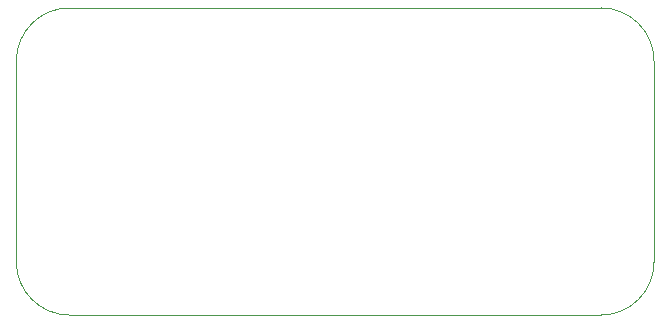
<source format=gbr>
%TF.GenerationSoftware,KiCad,Pcbnew,(5.1.12)-1*%
%TF.CreationDate,2022-01-14T14:31:03-05:00*%
%TF.ProjectId,CANJunction_6x,43414e4a-756e-4637-9469-6f6e5f36782e,00*%
%TF.SameCoordinates,Original*%
%TF.FileFunction,Profile,NP*%
%FSLAX46Y46*%
G04 Gerber Fmt 4.6, Leading zero omitted, Abs format (unit mm)*
G04 Created by KiCad (PCBNEW (5.1.12)-1) date 2022-01-14 14:31:03*
%MOMM*%
%LPD*%
G01*
G04 APERTURE LIST*
%TA.AperFunction,Profile*%
%ADD10C,0.050000*%
%TD*%
G04 APERTURE END LIST*
D10*
X90000000Y-84500000D02*
G75*
G02*
X94500000Y-80000000I4500000J0D01*
G01*
X139500000Y-80000000D02*
G75*
G02*
X144000000Y-84500000I0J-4500000D01*
G01*
X94500000Y-106000000D02*
G75*
G02*
X90000000Y-101500000I0J4500000D01*
G01*
X144000000Y-101500000D02*
G75*
G02*
X139500000Y-106000000I-4500000J0D01*
G01*
X90000000Y-101500000D02*
X90000000Y-84500000D01*
X139500000Y-106000000D02*
X94500000Y-106000000D01*
X144000000Y-84500000D02*
X144000000Y-101500000D01*
X94500000Y-80000000D02*
X139500000Y-80000000D01*
M02*

</source>
